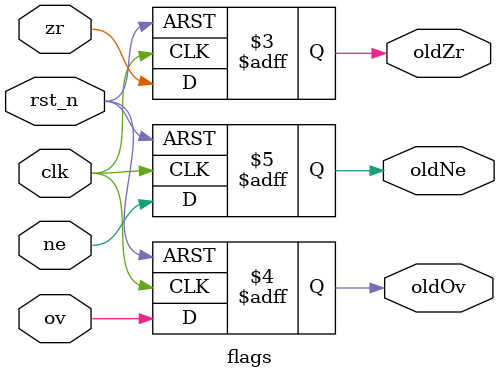
<source format=v>
module flags (clk, rst_n, zr, ov, ne, oldZr, oldOv, oldNe);

	input clk, rst_n, zr, ov, ne;
	output reg oldZr, oldOv, oldNe;

  always @ (posedge clk or negedge rst_n)
  	if(!rst_n) begin
      oldZr <= 1'b0;
			oldOv <= 1'b0;
			oldNe <= 1'b0;
		end
   	else begin
      oldZr <= zr;
			oldOv <= ov; // These go back to ID for the next instruction
			oldNe <= ne;
		end
endmodule

</source>
